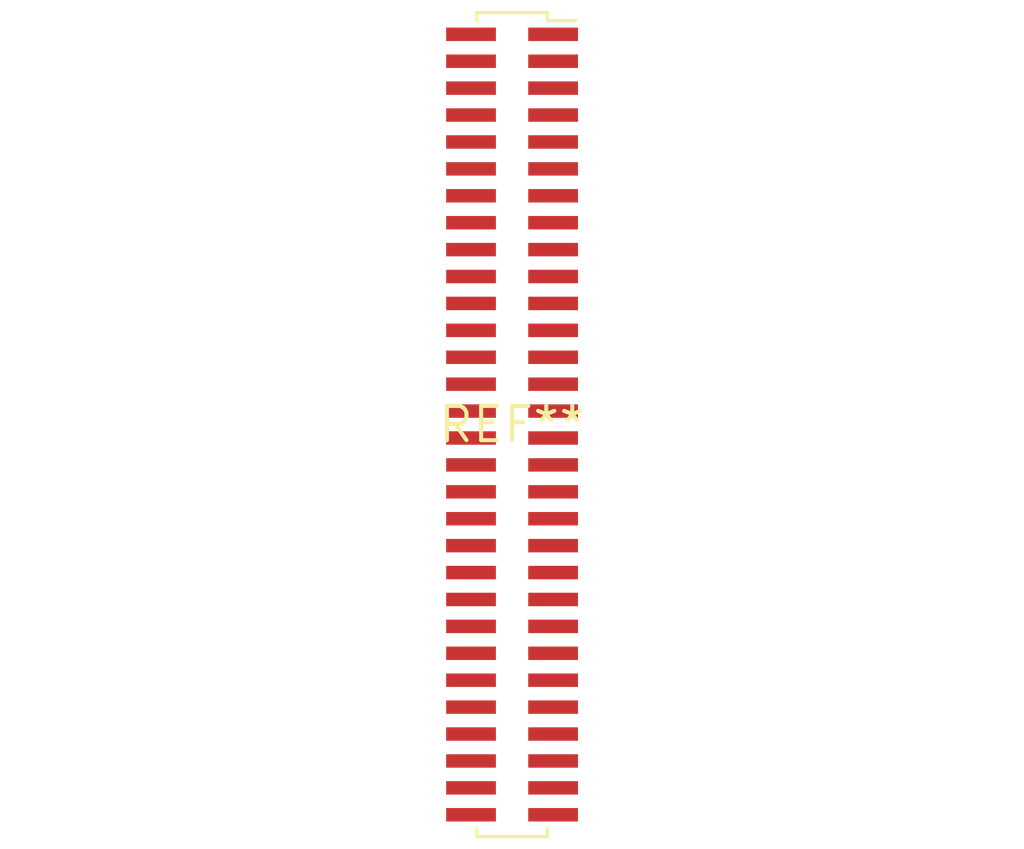
<source format=kicad_pcb>
(kicad_pcb (version 20240108) (generator pcbnew)
  (layers (0 "F.Cu" signal) (31 "B.Cu" signal) (34 "B.Paste" user) (35 "F.Paste" user) (36 "B.SilkS" user "B.Silkscreen") (37 "F.SilkS" user "F.Silkscreen") (38 "B.Mask" user) (39 "F.Mask" user) (44 "Edge.Cuts" user))
  (net 0 "")
  (footprint "PinSocket_2x30_P1.00mm_Vertical_SMD" (layer "F.Cu") (at 0 0)
    (property "Reference" "REF**")
    (property "Value" "PinSocket_2x30_P1.00mm_Vertical_SMD")
    (fp_line (start -1.31 -15.31) (end -1.31 -15.01) (layer "F.SilkS") (stroke (width 0.12)))
    (fp_line (start -1.31 -15.31) (end 1.31 -15.31) (layer "F.SilkS") (stroke (width 0.12)))
    (fp_line (start -1.31 15.01) (end -1.31 15.31) (layer "F.SilkS") (stroke (width 0.12)))
    (fp_line (start -1.31 15.31) (end 1.31 15.31) (layer "F.SilkS") (stroke (width 0.12)))
    (fp_line (start 1.31 -15.31) (end 1.31 -15.01) (layer "F.SilkS") (stroke (width 0.12)))
    (fp_line (start 1.31 -15.01) (end 2.39 -15.01) (layer "F.SilkS") (stroke (width 0.12)))
    (fp_line (start 1.31 15.01) (end 1.31 15.31) (layer "F.SilkS") (stroke (width 0.12)))
    (pad "1" smd rect (at 1.525 -14.5) (size 1.85 0.5) (layers "F.Cu" "F.Paste" "F.Mask"))
    (pad "2" smd rect (at -1.525 -14.5) (size 1.85 0.5) (layers "F.Cu" "F.Paste" "F.Mask"))
    (pad "3" smd rect (at 1.525 -13.5) (size 1.85 0.5) (layers "F.Cu" "F.Paste" "F.Mask"))
    (pad "4" smd rect (at -1.525 -13.5) (size 1.85 0.5) (layers "F.Cu" "F.Paste" "F.Mask"))
    (pad "5" smd rect (at 1.525 -12.5) (size 1.85 0.5) (layers "F.Cu" "F.Paste" "F.Mask"))
    (pad "6" smd rect (at -1.525 -12.5) (size 1.85 0.5) (layers "F.Cu" "F.Paste" "F.Mask"))
    (pad "7" smd rect (at 1.525 -11.5) (size 1.85 0.5) (layers "F.Cu" "F.Paste" "F.Mask"))
    (pad "8" smd rect (at -1.525 -11.5) (size 1.85 0.5) (layers "F.Cu" "F.Paste" "F.Mask"))
    (pad "9" smd rect (at 1.525 -10.5) (size 1.85 0.5) (layers "F.Cu" "F.Paste" "F.Mask"))
    (pad "10" smd rect (at -1.525 -10.5) (size 1.85 0.5) (layers "F.Cu" "F.Paste" "F.Mask"))
    (pad "11" smd rect (at 1.525 -9.5) (size 1.85 0.5) (layers "F.Cu" "F.Paste" "F.Mask"))
    (pad "12" smd rect (at -1.525 -9.5) (size 1.85 0.5) (layers "F.Cu" "F.Paste" "F.Mask"))
    (pad "13" smd rect (at 1.525 -8.5) (size 1.85 0.5) (layers "F.Cu" "F.Paste" "F.Mask"))
    (pad "14" smd rect (at -1.525 -8.5) (size 1.85 0.5) (layers "F.Cu" "F.Paste" "F.Mask"))
    (pad "15" smd rect (at 1.525 -7.5) (size 1.85 0.5) (layers "F.Cu" "F.Paste" "F.Mask"))
    (pad "16" smd rect (at -1.525 -7.5) (size 1.85 0.5) (layers "F.Cu" "F.Paste" "F.Mask"))
    (pad "17" smd rect (at 1.525 -6.5) (size 1.85 0.5) (layers "F.Cu" "F.Paste" "F.Mask"))
    (pad "18" smd rect (at -1.525 -6.5) (size 1.85 0.5) (layers "F.Cu" "F.Paste" "F.Mask"))
    (pad "19" smd rect (at 1.525 -5.5) (size 1.85 0.5) (layers "F.Cu" "F.Paste" "F.Mask"))
    (pad "20" smd rect (at -1.525 -5.5) (size 1.85 0.5) (layers "F.Cu" "F.Paste" "F.Mask"))
    (pad "21" smd rect (at 1.525 -4.5) (size 1.85 0.5) (layers "F.Cu" "F.Paste" "F.Mask"))
    (pad "22" smd rect (at -1.525 -4.5) (size 1.85 0.5) (layers "F.Cu" "F.Paste" "F.Mask"))
    (pad "23" smd rect (at 1.525 -3.5) (size 1.85 0.5) (layers "F.Cu" "F.Paste" "F.Mask"))
    (pad "24" smd rect (at -1.525 -3.5) (size 1.85 0.5) (layers "F.Cu" "F.Paste" "F.Mask"))
    (pad "25" smd rect (at 1.525 -2.5) (size 1.85 0.5) (layers "F.Cu" "F.Paste" "F.Mask"))
    (pad "26" smd rect (at -1.525 -2.5) (size 1.85 0.5) (layers "F.Cu" "F.Paste" "F.Mask"))
    (pad "27" smd rect (at 1.525 -1.5) (size 1.85 0.5) (layers "F.Cu" "F.Paste" "F.Mask"))
    (pad "28" smd rect (at -1.525 -1.5) (size 1.85 0.5) (layers "F.Cu" "F.Paste" "F.Mask"))
    (pad "29" smd rect (at 1.525 -0.5) (size 1.85 0.5) (layers "F.Cu" "F.Paste" "F.Mask"))
    (pad "30" smd rect (at -1.525 -0.5) (size 1.85 0.5) (layers "F.Cu" "F.Paste" "F.Mask"))
    (pad "31" smd rect (at 1.525 0.5) (size 1.85 0.5) (layers "F.Cu" "F.Paste" "F.Mask"))
    (pad "32" smd rect (at -1.525 0.5) (size 1.85 0.5) (layers "F.Cu" "F.Paste" "F.Mask"))
    (pad "33" smd rect (at 1.525 1.5) (size 1.85 0.5) (layers "F.Cu" "F.Paste" "F.Mask"))
    (pad "34" smd rect (at -1.525 1.5) (size 1.85 0.5) (layers "F.Cu" "F.Paste" "F.Mask"))
    (pad "35" smd rect (at 1.525 2.5) (size 1.85 0.5) (layers "F.Cu" "F.Paste" "F.Mask"))
    (pad "36" smd rect (at -1.525 2.5) (size 1.85 0.5) (layers "F.Cu" "F.Paste" "F.Mask"))
    (pad "37" smd rect (at 1.525 3.5) (size 1.85 0.5) (layers "F.Cu" "F.Paste" "F.Mask"))
    (pad "38" smd rect (at -1.525 3.5) (size 1.85 0.5) (layers "F.Cu" "F.Paste" "F.Mask"))
    (pad "39" smd rect (at 1.525 4.5) (size 1.85 0.5) (layers "F.Cu" "F.Paste" "F.Mask"))
    (pad "40" smd rect (at -1.525 4.5) (size 1.85 0.5) (layers "F.Cu" "F.Paste" "F.Mask"))
    (pad "41" smd rect (at 1.525 5.5) (size 1.85 0.5) (layers "F.Cu" "F.Paste" "F.Mask"))
    (pad "42" smd rect (at -1.525 5.5) (size 1.85 0.5) (layers "F.Cu" "F.Paste" "F.Mask"))
    (pad "43" smd rect (at 1.525 6.5) (size 1.85 0.5) (layers "F.Cu" "F.Paste" "F.Mask"))
    (pad "44" smd rect (at -1.525 6.5) (size 1.85 0.5) (layers "F.Cu" "F.Paste" "F.Mask"))
    (pad "45" smd rect (at 1.525 7.5) (size 1.85 0.5) (layers "F.Cu" "F.Paste" "F.Mask"))
    (pad "46" smd rect (at -1.525 7.5) (size 1.85 0.5) (layers "F.Cu" "F.Paste" "F.Mask"))
    (pad "47" smd rect (at 1.525 8.5) (size 1.85 0.5) (layers "F.Cu" "F.Paste" "F.Mask"))
    (pad "48" smd rect (at -1.525 8.5) (size 1.85 0.5) (layers "F.Cu" "F.Paste" "F.Mask"))
    (pad "49" smd rect (at 1.525 9.5) (size 1.85 0.5) (layers "F.Cu" "F.Paste" "F.Mask"))
    (pad "50" smd rect (at -1.525 9.5) (size 1.85 0.5) (layers "F.Cu" "F.Paste" "F.Mask"))
    (pad "51" smd rect (at 1.525 10.5) (size 1.85 0.5) (layers "F.Cu" "F.Paste" "F.Mask"))
    (pad "52" smd rect (at -1.525 10.5) (size 1.85 0.5) (layers "F.Cu" "F.Paste" "F.Mask"))
    (pad "53" smd rect (at 1.525 11.5) (size 1.85 0.5) (layers "F.Cu" "F.Paste" "F.Mask"))
    (pad "54" smd rect (at -1.525 11.5) (size 1.85 0.5) (layers "F.Cu" "F.Paste" "F.Mask"))
    (pad "55" smd rect (at 1.525 12.5) (size 1.85 0.5) (layers "F.Cu" "F.Paste" "F.Mask"))
    (pad "56" smd rect (at -1.525 12.5) (size 1.85 0.5) (layers "F.Cu" "F.Paste" "F.Mask"))
    (pad "57" smd rect (at 1.525 13.5) (size 1.85 0.5) (layers "F.Cu" "F.Paste" "F.Mask"))
    (pad "58" smd rect (at -1.525 13.5) (size 1.85 0.5) (layers "F.Cu" "F.Paste" "F.Mask"))
    (pad "59" smd rect (at 1.525 14.5) (size 1.85 0.5) (layers "F.Cu" "F.Paste" "F.Mask"))
    (pad "60" smd rect (at -1.525 14.5) (size 1.85 0.5) (layers "F.Cu" "F.Paste" "F.Mask"))
  )
)
</source>
